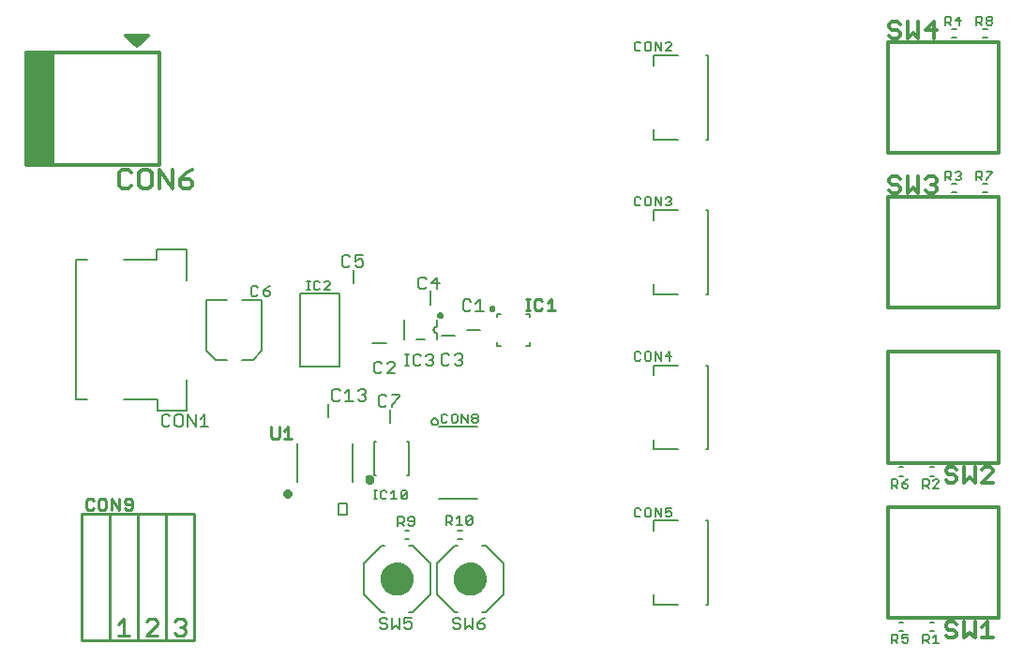
<source format=gto>
G75*
%MOIN*%
%OFA0B0*%
%FSLAX25Y25*%
%IPPOS*%
%LPD*%
%AMOC8*
5,1,8,0,0,1.08239X$1,22.5*
%
%ADD10C,0.00787*%
%ADD11C,0.00800*%
%ADD12C,0.01000*%
%ADD13C,0.01181*%
%ADD14C,0.01200*%
%ADD15R,0.01575X0.01575*%
%ADD16C,0.07874*%
%ADD17C,0.00984*%
%ADD18C,0.00900*%
%ADD19C,0.01575*%
D10*
X0222044Y0182661D02*
X0222044Y0186598D01*
X0209839Y0186598D01*
X0196847Y0186598D02*
X0192910Y0186598D01*
X0192910Y0236204D01*
X0196847Y0236204D01*
X0209839Y0236204D02*
X0221650Y0236204D01*
X0221650Y0240141D01*
X0232280Y0240141D01*
X0232280Y0229118D01*
X0239367Y0222031D02*
X0239367Y0203921D01*
X0242516Y0200771D01*
X0246453Y0200771D01*
X0251965Y0200771D02*
X0255902Y0200771D01*
X0259052Y0203921D01*
X0259052Y0222031D01*
X0251965Y0222031D01*
X0246453Y0222031D02*
X0239367Y0222031D01*
X0272438Y0224393D02*
X0272438Y0198409D01*
X0286611Y0198409D01*
X0286611Y0224393D01*
X0272438Y0224393D01*
X0291729Y0227937D02*
X0291729Y0232661D01*
X0309446Y0214945D02*
X0309446Y0207858D01*
X0313776Y0207858D02*
X0316926Y0207858D01*
X0321257Y0207858D02*
X0321257Y0210220D01*
X0321190Y0210222D01*
X0321122Y0210228D01*
X0321056Y0210237D01*
X0320990Y0210251D01*
X0320924Y0210268D01*
X0320860Y0210289D01*
X0320797Y0210313D01*
X0320736Y0210341D01*
X0320676Y0210373D01*
X0320619Y0210407D01*
X0320563Y0210446D01*
X0320509Y0210487D01*
X0320458Y0210531D01*
X0320410Y0210578D01*
X0320364Y0210628D01*
X0320322Y0210680D01*
X0320282Y0210734D01*
X0320246Y0210791D01*
X0320212Y0210850D01*
X0320183Y0210910D01*
X0320156Y0210973D01*
X0320134Y0211036D01*
X0320115Y0211101D01*
X0320100Y0211166D01*
X0320088Y0211233D01*
X0320080Y0211300D01*
X0320076Y0211367D01*
X0320076Y0211435D01*
X0320080Y0211502D01*
X0320088Y0211569D01*
X0320100Y0211636D01*
X0320115Y0211701D01*
X0320134Y0211766D01*
X0320156Y0211829D01*
X0320183Y0211892D01*
X0320212Y0211952D01*
X0320246Y0212011D01*
X0320282Y0212068D01*
X0320322Y0212122D01*
X0320364Y0212174D01*
X0320410Y0212224D01*
X0320458Y0212271D01*
X0320509Y0212315D01*
X0320563Y0212356D01*
X0320619Y0212395D01*
X0320676Y0212429D01*
X0320736Y0212461D01*
X0320797Y0212489D01*
X0320860Y0212513D01*
X0320924Y0212534D01*
X0320990Y0212551D01*
X0321056Y0212565D01*
X0321122Y0212574D01*
X0321190Y0212580D01*
X0321257Y0212582D01*
X0321257Y0214945D01*
X0321651Y0216519D02*
X0321653Y0216575D01*
X0321659Y0216630D01*
X0321669Y0216684D01*
X0321682Y0216738D01*
X0321700Y0216791D01*
X0321721Y0216842D01*
X0321745Y0216892D01*
X0321773Y0216940D01*
X0321805Y0216986D01*
X0321839Y0217030D01*
X0321877Y0217071D01*
X0321917Y0217109D01*
X0321960Y0217144D01*
X0322005Y0217176D01*
X0322053Y0217205D01*
X0322102Y0217231D01*
X0322153Y0217253D01*
X0322205Y0217271D01*
X0322259Y0217285D01*
X0322314Y0217296D01*
X0322369Y0217303D01*
X0322424Y0217306D01*
X0322480Y0217305D01*
X0322535Y0217300D01*
X0322590Y0217291D01*
X0322644Y0217279D01*
X0322697Y0217262D01*
X0322749Y0217242D01*
X0322799Y0217218D01*
X0322847Y0217191D01*
X0322894Y0217161D01*
X0322938Y0217127D01*
X0322980Y0217090D01*
X0323018Y0217050D01*
X0323055Y0217008D01*
X0323088Y0216963D01*
X0323117Y0216917D01*
X0323144Y0216868D01*
X0323166Y0216817D01*
X0323186Y0216765D01*
X0323201Y0216711D01*
X0323213Y0216657D01*
X0323221Y0216602D01*
X0323225Y0216547D01*
X0323225Y0216491D01*
X0323221Y0216436D01*
X0323213Y0216381D01*
X0323201Y0216327D01*
X0323186Y0216273D01*
X0323166Y0216221D01*
X0323144Y0216170D01*
X0323117Y0216121D01*
X0323088Y0216075D01*
X0323055Y0216030D01*
X0323018Y0215988D01*
X0322980Y0215948D01*
X0322938Y0215911D01*
X0322894Y0215877D01*
X0322847Y0215847D01*
X0322799Y0215820D01*
X0322749Y0215796D01*
X0322697Y0215776D01*
X0322644Y0215759D01*
X0322590Y0215747D01*
X0322535Y0215738D01*
X0322480Y0215733D01*
X0322424Y0215732D01*
X0322369Y0215735D01*
X0322314Y0215742D01*
X0322259Y0215753D01*
X0322205Y0215767D01*
X0322153Y0215785D01*
X0322102Y0215807D01*
X0322053Y0215833D01*
X0322005Y0215862D01*
X0321960Y0215894D01*
X0321917Y0215929D01*
X0321877Y0215967D01*
X0321839Y0216008D01*
X0321805Y0216052D01*
X0321773Y0216098D01*
X0321745Y0216146D01*
X0321721Y0216196D01*
X0321700Y0216247D01*
X0321682Y0216300D01*
X0321669Y0216354D01*
X0321659Y0216408D01*
X0321653Y0216463D01*
X0321651Y0216519D01*
X0318894Y0220456D02*
X0318894Y0225181D01*
X0322831Y0209433D02*
X0327556Y0209433D01*
X0331886Y0211401D02*
X0336611Y0211401D01*
X0342713Y0206874D02*
X0342713Y0205693D01*
X0343894Y0205693D01*
X0352949Y0205693D02*
X0354131Y0205693D01*
X0354131Y0206874D01*
X0354131Y0215929D02*
X0354131Y0217110D01*
X0352949Y0217110D01*
X0343894Y0217110D02*
X0342713Y0217110D01*
X0342713Y0215929D01*
X0340155Y0218882D02*
X0340157Y0218938D01*
X0340163Y0218993D01*
X0340173Y0219047D01*
X0340186Y0219101D01*
X0340204Y0219154D01*
X0340225Y0219205D01*
X0340249Y0219255D01*
X0340277Y0219303D01*
X0340309Y0219349D01*
X0340343Y0219393D01*
X0340381Y0219434D01*
X0340421Y0219472D01*
X0340464Y0219507D01*
X0340509Y0219539D01*
X0340557Y0219568D01*
X0340606Y0219594D01*
X0340657Y0219616D01*
X0340709Y0219634D01*
X0340763Y0219648D01*
X0340818Y0219659D01*
X0340873Y0219666D01*
X0340928Y0219669D01*
X0340984Y0219668D01*
X0341039Y0219663D01*
X0341094Y0219654D01*
X0341148Y0219642D01*
X0341201Y0219625D01*
X0341253Y0219605D01*
X0341303Y0219581D01*
X0341351Y0219554D01*
X0341398Y0219524D01*
X0341442Y0219490D01*
X0341484Y0219453D01*
X0341522Y0219413D01*
X0341559Y0219371D01*
X0341592Y0219326D01*
X0341621Y0219280D01*
X0341648Y0219231D01*
X0341670Y0219180D01*
X0341690Y0219128D01*
X0341705Y0219074D01*
X0341717Y0219020D01*
X0341725Y0218965D01*
X0341729Y0218910D01*
X0341729Y0218854D01*
X0341725Y0218799D01*
X0341717Y0218744D01*
X0341705Y0218690D01*
X0341690Y0218636D01*
X0341670Y0218584D01*
X0341648Y0218533D01*
X0341621Y0218484D01*
X0341592Y0218438D01*
X0341559Y0218393D01*
X0341522Y0218351D01*
X0341484Y0218311D01*
X0341442Y0218274D01*
X0341398Y0218240D01*
X0341351Y0218210D01*
X0341303Y0218183D01*
X0341253Y0218159D01*
X0341201Y0218139D01*
X0341148Y0218122D01*
X0341094Y0218110D01*
X0341039Y0218101D01*
X0340984Y0218096D01*
X0340928Y0218095D01*
X0340873Y0218098D01*
X0340818Y0218105D01*
X0340763Y0218116D01*
X0340709Y0218130D01*
X0340657Y0218148D01*
X0340606Y0218170D01*
X0340557Y0218196D01*
X0340509Y0218225D01*
X0340464Y0218257D01*
X0340421Y0218292D01*
X0340381Y0218330D01*
X0340343Y0218371D01*
X0340309Y0218415D01*
X0340277Y0218461D01*
X0340249Y0218509D01*
X0340225Y0218559D01*
X0340204Y0218610D01*
X0340186Y0218663D01*
X0340173Y0218717D01*
X0340163Y0218771D01*
X0340157Y0218826D01*
X0340155Y0218882D01*
X0340548Y0218882D02*
X0340550Y0218921D01*
X0340556Y0218960D01*
X0340566Y0218998D01*
X0340579Y0219035D01*
X0340596Y0219070D01*
X0340616Y0219104D01*
X0340640Y0219135D01*
X0340667Y0219164D01*
X0340696Y0219190D01*
X0340728Y0219213D01*
X0340762Y0219233D01*
X0340798Y0219249D01*
X0340835Y0219261D01*
X0340874Y0219270D01*
X0340913Y0219275D01*
X0340952Y0219276D01*
X0340991Y0219273D01*
X0341030Y0219266D01*
X0341067Y0219255D01*
X0341104Y0219241D01*
X0341139Y0219223D01*
X0341172Y0219202D01*
X0341203Y0219177D01*
X0341231Y0219150D01*
X0341256Y0219120D01*
X0341278Y0219087D01*
X0341297Y0219053D01*
X0341312Y0219017D01*
X0341324Y0218979D01*
X0341332Y0218941D01*
X0341336Y0218902D01*
X0341336Y0218862D01*
X0341332Y0218823D01*
X0341324Y0218785D01*
X0341312Y0218747D01*
X0341297Y0218711D01*
X0341278Y0218677D01*
X0341256Y0218644D01*
X0341231Y0218614D01*
X0341203Y0218587D01*
X0341172Y0218562D01*
X0341139Y0218541D01*
X0341104Y0218523D01*
X0341067Y0218509D01*
X0341030Y0218498D01*
X0340991Y0218491D01*
X0340952Y0218488D01*
X0340913Y0218489D01*
X0340874Y0218494D01*
X0340835Y0218503D01*
X0340798Y0218515D01*
X0340762Y0218531D01*
X0340728Y0218551D01*
X0340696Y0218574D01*
X0340667Y0218600D01*
X0340640Y0218629D01*
X0340616Y0218660D01*
X0340596Y0218694D01*
X0340579Y0218729D01*
X0340566Y0218766D01*
X0340556Y0218804D01*
X0340550Y0218843D01*
X0340548Y0218882D01*
X0303146Y0206677D02*
X0298422Y0206677D01*
X0282674Y0185023D02*
X0282674Y0180299D01*
X0291335Y0170850D02*
X0291335Y0157464D01*
X0298816Y0159826D02*
X0298816Y0171637D01*
X0299603Y0171637D01*
X0304721Y0178330D02*
X0304721Y0183055D01*
X0310627Y0171637D02*
X0311414Y0171637D01*
X0311414Y0159826D01*
X0310627Y0159826D01*
X0299603Y0159826D02*
X0298816Y0159826D01*
X0289367Y0149590D02*
X0286217Y0149590D01*
X0286217Y0145653D01*
X0289367Y0145653D01*
X0289367Y0149590D01*
X0309839Y0140141D02*
X0311414Y0140141D01*
X0311414Y0136992D02*
X0309839Y0136992D01*
X0311414Y0134630D02*
X0312595Y0134630D01*
X0318894Y0128330D01*
X0318894Y0117307D01*
X0312595Y0111008D01*
X0311414Y0111008D01*
X0302753Y0111008D02*
X0301572Y0111008D01*
X0295272Y0117307D01*
X0295272Y0128330D01*
X0301572Y0134630D01*
X0302753Y0134630D01*
X0301571Y0122819D02*
X0301573Y0122967D01*
X0301579Y0123115D01*
X0301589Y0123263D01*
X0301603Y0123410D01*
X0301621Y0123557D01*
X0301642Y0123703D01*
X0301668Y0123849D01*
X0301698Y0123994D01*
X0301731Y0124138D01*
X0301769Y0124281D01*
X0301810Y0124423D01*
X0301855Y0124564D01*
X0301903Y0124704D01*
X0301956Y0124843D01*
X0302012Y0124980D01*
X0302072Y0125115D01*
X0302135Y0125249D01*
X0302202Y0125381D01*
X0302273Y0125511D01*
X0302347Y0125639D01*
X0302424Y0125765D01*
X0302505Y0125889D01*
X0302589Y0126011D01*
X0302676Y0126130D01*
X0302767Y0126247D01*
X0302861Y0126362D01*
X0302957Y0126474D01*
X0303057Y0126584D01*
X0303159Y0126690D01*
X0303265Y0126794D01*
X0303373Y0126895D01*
X0303484Y0126993D01*
X0303597Y0127089D01*
X0303713Y0127181D01*
X0303831Y0127270D01*
X0303952Y0127355D01*
X0304075Y0127438D01*
X0304200Y0127517D01*
X0304327Y0127593D01*
X0304456Y0127665D01*
X0304587Y0127734D01*
X0304720Y0127799D01*
X0304855Y0127860D01*
X0304991Y0127918D01*
X0305128Y0127973D01*
X0305267Y0128023D01*
X0305408Y0128070D01*
X0305549Y0128113D01*
X0305692Y0128153D01*
X0305836Y0128188D01*
X0305980Y0128220D01*
X0306126Y0128247D01*
X0306272Y0128271D01*
X0306419Y0128291D01*
X0306566Y0128307D01*
X0306713Y0128319D01*
X0306861Y0128327D01*
X0307009Y0128331D01*
X0307157Y0128331D01*
X0307305Y0128327D01*
X0307453Y0128319D01*
X0307600Y0128307D01*
X0307747Y0128291D01*
X0307894Y0128271D01*
X0308040Y0128247D01*
X0308186Y0128220D01*
X0308330Y0128188D01*
X0308474Y0128153D01*
X0308617Y0128113D01*
X0308758Y0128070D01*
X0308899Y0128023D01*
X0309038Y0127973D01*
X0309175Y0127918D01*
X0309311Y0127860D01*
X0309446Y0127799D01*
X0309579Y0127734D01*
X0309710Y0127665D01*
X0309839Y0127593D01*
X0309966Y0127517D01*
X0310091Y0127438D01*
X0310214Y0127355D01*
X0310335Y0127270D01*
X0310453Y0127181D01*
X0310569Y0127089D01*
X0310682Y0126993D01*
X0310793Y0126895D01*
X0310901Y0126794D01*
X0311007Y0126690D01*
X0311109Y0126584D01*
X0311209Y0126474D01*
X0311305Y0126362D01*
X0311399Y0126247D01*
X0311490Y0126130D01*
X0311577Y0126011D01*
X0311661Y0125889D01*
X0311742Y0125765D01*
X0311819Y0125639D01*
X0311893Y0125511D01*
X0311964Y0125381D01*
X0312031Y0125249D01*
X0312094Y0125115D01*
X0312154Y0124980D01*
X0312210Y0124843D01*
X0312263Y0124704D01*
X0312311Y0124564D01*
X0312356Y0124423D01*
X0312397Y0124281D01*
X0312435Y0124138D01*
X0312468Y0123994D01*
X0312498Y0123849D01*
X0312524Y0123703D01*
X0312545Y0123557D01*
X0312563Y0123410D01*
X0312577Y0123263D01*
X0312587Y0123115D01*
X0312593Y0122967D01*
X0312595Y0122819D01*
X0312593Y0122671D01*
X0312587Y0122523D01*
X0312577Y0122375D01*
X0312563Y0122228D01*
X0312545Y0122081D01*
X0312524Y0121935D01*
X0312498Y0121789D01*
X0312468Y0121644D01*
X0312435Y0121500D01*
X0312397Y0121357D01*
X0312356Y0121215D01*
X0312311Y0121074D01*
X0312263Y0120934D01*
X0312210Y0120795D01*
X0312154Y0120658D01*
X0312094Y0120523D01*
X0312031Y0120389D01*
X0311964Y0120257D01*
X0311893Y0120127D01*
X0311819Y0119999D01*
X0311742Y0119873D01*
X0311661Y0119749D01*
X0311577Y0119627D01*
X0311490Y0119508D01*
X0311399Y0119391D01*
X0311305Y0119276D01*
X0311209Y0119164D01*
X0311109Y0119054D01*
X0311007Y0118948D01*
X0310901Y0118844D01*
X0310793Y0118743D01*
X0310682Y0118645D01*
X0310569Y0118549D01*
X0310453Y0118457D01*
X0310335Y0118368D01*
X0310214Y0118283D01*
X0310091Y0118200D01*
X0309966Y0118121D01*
X0309839Y0118045D01*
X0309710Y0117973D01*
X0309579Y0117904D01*
X0309446Y0117839D01*
X0309311Y0117778D01*
X0309175Y0117720D01*
X0309038Y0117665D01*
X0308899Y0117615D01*
X0308758Y0117568D01*
X0308617Y0117525D01*
X0308474Y0117485D01*
X0308330Y0117450D01*
X0308186Y0117418D01*
X0308040Y0117391D01*
X0307894Y0117367D01*
X0307747Y0117347D01*
X0307600Y0117331D01*
X0307453Y0117319D01*
X0307305Y0117311D01*
X0307157Y0117307D01*
X0307009Y0117307D01*
X0306861Y0117311D01*
X0306713Y0117319D01*
X0306566Y0117331D01*
X0306419Y0117347D01*
X0306272Y0117367D01*
X0306126Y0117391D01*
X0305980Y0117418D01*
X0305836Y0117450D01*
X0305692Y0117485D01*
X0305549Y0117525D01*
X0305408Y0117568D01*
X0305267Y0117615D01*
X0305128Y0117665D01*
X0304991Y0117720D01*
X0304855Y0117778D01*
X0304720Y0117839D01*
X0304587Y0117904D01*
X0304456Y0117973D01*
X0304327Y0118045D01*
X0304200Y0118121D01*
X0304075Y0118200D01*
X0303952Y0118283D01*
X0303831Y0118368D01*
X0303713Y0118457D01*
X0303597Y0118549D01*
X0303484Y0118645D01*
X0303373Y0118743D01*
X0303265Y0118844D01*
X0303159Y0118948D01*
X0303057Y0119054D01*
X0302957Y0119164D01*
X0302861Y0119276D01*
X0302767Y0119391D01*
X0302676Y0119508D01*
X0302589Y0119627D01*
X0302505Y0119749D01*
X0302424Y0119873D01*
X0302347Y0119999D01*
X0302273Y0120127D01*
X0302202Y0120257D01*
X0302135Y0120389D01*
X0302072Y0120523D01*
X0302012Y0120658D01*
X0301956Y0120795D01*
X0301903Y0120934D01*
X0301855Y0121074D01*
X0301810Y0121215D01*
X0301769Y0121357D01*
X0301731Y0121500D01*
X0301698Y0121644D01*
X0301668Y0121789D01*
X0301642Y0121935D01*
X0301621Y0122081D01*
X0301603Y0122228D01*
X0301589Y0122375D01*
X0301579Y0122523D01*
X0301573Y0122671D01*
X0301571Y0122819D01*
X0321257Y0128330D02*
X0321257Y0117307D01*
X0327556Y0111008D01*
X0328737Y0111008D01*
X0337398Y0111008D02*
X0338579Y0111008D01*
X0344879Y0117307D01*
X0344879Y0128330D01*
X0338579Y0134630D01*
X0337398Y0134630D01*
X0330312Y0136992D02*
X0328737Y0136992D01*
X0328737Y0134630D02*
X0327556Y0134630D01*
X0321257Y0128330D01*
X0327556Y0122819D02*
X0327558Y0122967D01*
X0327564Y0123115D01*
X0327574Y0123263D01*
X0327588Y0123410D01*
X0327606Y0123557D01*
X0327627Y0123703D01*
X0327653Y0123849D01*
X0327683Y0123994D01*
X0327716Y0124138D01*
X0327754Y0124281D01*
X0327795Y0124423D01*
X0327840Y0124564D01*
X0327888Y0124704D01*
X0327941Y0124843D01*
X0327997Y0124980D01*
X0328057Y0125115D01*
X0328120Y0125249D01*
X0328187Y0125381D01*
X0328258Y0125511D01*
X0328332Y0125639D01*
X0328409Y0125765D01*
X0328490Y0125889D01*
X0328574Y0126011D01*
X0328661Y0126130D01*
X0328752Y0126247D01*
X0328846Y0126362D01*
X0328942Y0126474D01*
X0329042Y0126584D01*
X0329144Y0126690D01*
X0329250Y0126794D01*
X0329358Y0126895D01*
X0329469Y0126993D01*
X0329582Y0127089D01*
X0329698Y0127181D01*
X0329816Y0127270D01*
X0329937Y0127355D01*
X0330060Y0127438D01*
X0330185Y0127517D01*
X0330312Y0127593D01*
X0330441Y0127665D01*
X0330572Y0127734D01*
X0330705Y0127799D01*
X0330840Y0127860D01*
X0330976Y0127918D01*
X0331113Y0127973D01*
X0331252Y0128023D01*
X0331393Y0128070D01*
X0331534Y0128113D01*
X0331677Y0128153D01*
X0331821Y0128188D01*
X0331965Y0128220D01*
X0332111Y0128247D01*
X0332257Y0128271D01*
X0332404Y0128291D01*
X0332551Y0128307D01*
X0332698Y0128319D01*
X0332846Y0128327D01*
X0332994Y0128331D01*
X0333142Y0128331D01*
X0333290Y0128327D01*
X0333438Y0128319D01*
X0333585Y0128307D01*
X0333732Y0128291D01*
X0333879Y0128271D01*
X0334025Y0128247D01*
X0334171Y0128220D01*
X0334315Y0128188D01*
X0334459Y0128153D01*
X0334602Y0128113D01*
X0334743Y0128070D01*
X0334884Y0128023D01*
X0335023Y0127973D01*
X0335160Y0127918D01*
X0335296Y0127860D01*
X0335431Y0127799D01*
X0335564Y0127734D01*
X0335695Y0127665D01*
X0335824Y0127593D01*
X0335951Y0127517D01*
X0336076Y0127438D01*
X0336199Y0127355D01*
X0336320Y0127270D01*
X0336438Y0127181D01*
X0336554Y0127089D01*
X0336667Y0126993D01*
X0336778Y0126895D01*
X0336886Y0126794D01*
X0336992Y0126690D01*
X0337094Y0126584D01*
X0337194Y0126474D01*
X0337290Y0126362D01*
X0337384Y0126247D01*
X0337475Y0126130D01*
X0337562Y0126011D01*
X0337646Y0125889D01*
X0337727Y0125765D01*
X0337804Y0125639D01*
X0337878Y0125511D01*
X0337949Y0125381D01*
X0338016Y0125249D01*
X0338079Y0125115D01*
X0338139Y0124980D01*
X0338195Y0124843D01*
X0338248Y0124704D01*
X0338296Y0124564D01*
X0338341Y0124423D01*
X0338382Y0124281D01*
X0338420Y0124138D01*
X0338453Y0123994D01*
X0338483Y0123849D01*
X0338509Y0123703D01*
X0338530Y0123557D01*
X0338548Y0123410D01*
X0338562Y0123263D01*
X0338572Y0123115D01*
X0338578Y0122967D01*
X0338580Y0122819D01*
X0338578Y0122671D01*
X0338572Y0122523D01*
X0338562Y0122375D01*
X0338548Y0122228D01*
X0338530Y0122081D01*
X0338509Y0121935D01*
X0338483Y0121789D01*
X0338453Y0121644D01*
X0338420Y0121500D01*
X0338382Y0121357D01*
X0338341Y0121215D01*
X0338296Y0121074D01*
X0338248Y0120934D01*
X0338195Y0120795D01*
X0338139Y0120658D01*
X0338079Y0120523D01*
X0338016Y0120389D01*
X0337949Y0120257D01*
X0337878Y0120127D01*
X0337804Y0119999D01*
X0337727Y0119873D01*
X0337646Y0119749D01*
X0337562Y0119627D01*
X0337475Y0119508D01*
X0337384Y0119391D01*
X0337290Y0119276D01*
X0337194Y0119164D01*
X0337094Y0119054D01*
X0336992Y0118948D01*
X0336886Y0118844D01*
X0336778Y0118743D01*
X0336667Y0118645D01*
X0336554Y0118549D01*
X0336438Y0118457D01*
X0336320Y0118368D01*
X0336199Y0118283D01*
X0336076Y0118200D01*
X0335951Y0118121D01*
X0335824Y0118045D01*
X0335695Y0117973D01*
X0335564Y0117904D01*
X0335431Y0117839D01*
X0335296Y0117778D01*
X0335160Y0117720D01*
X0335023Y0117665D01*
X0334884Y0117615D01*
X0334743Y0117568D01*
X0334602Y0117525D01*
X0334459Y0117485D01*
X0334315Y0117450D01*
X0334171Y0117418D01*
X0334025Y0117391D01*
X0333879Y0117367D01*
X0333732Y0117347D01*
X0333585Y0117331D01*
X0333438Y0117319D01*
X0333290Y0117311D01*
X0333142Y0117307D01*
X0332994Y0117307D01*
X0332846Y0117311D01*
X0332698Y0117319D01*
X0332551Y0117331D01*
X0332404Y0117347D01*
X0332257Y0117367D01*
X0332111Y0117391D01*
X0331965Y0117418D01*
X0331821Y0117450D01*
X0331677Y0117485D01*
X0331534Y0117525D01*
X0331393Y0117568D01*
X0331252Y0117615D01*
X0331113Y0117665D01*
X0330976Y0117720D01*
X0330840Y0117778D01*
X0330705Y0117839D01*
X0330572Y0117904D01*
X0330441Y0117973D01*
X0330312Y0118045D01*
X0330185Y0118121D01*
X0330060Y0118200D01*
X0329937Y0118283D01*
X0329816Y0118368D01*
X0329698Y0118457D01*
X0329582Y0118549D01*
X0329469Y0118645D01*
X0329358Y0118743D01*
X0329250Y0118844D01*
X0329144Y0118948D01*
X0329042Y0119054D01*
X0328942Y0119164D01*
X0328846Y0119276D01*
X0328752Y0119391D01*
X0328661Y0119508D01*
X0328574Y0119627D01*
X0328490Y0119749D01*
X0328409Y0119873D01*
X0328332Y0119999D01*
X0328258Y0120127D01*
X0328187Y0120257D01*
X0328120Y0120389D01*
X0328057Y0120523D01*
X0327997Y0120658D01*
X0327941Y0120795D01*
X0327888Y0120934D01*
X0327840Y0121074D01*
X0327795Y0121215D01*
X0327754Y0121357D01*
X0327716Y0121500D01*
X0327683Y0121644D01*
X0327653Y0121789D01*
X0327627Y0121935D01*
X0327606Y0122081D01*
X0327588Y0122228D01*
X0327574Y0122375D01*
X0327564Y0122523D01*
X0327558Y0122671D01*
X0327556Y0122819D01*
X0328737Y0140141D02*
X0330312Y0140141D01*
X0335430Y0151165D02*
X0322044Y0151165D01*
X0322044Y0177149D02*
X0335430Y0177149D01*
X0319288Y0178724D02*
X0319290Y0178793D01*
X0319296Y0178861D01*
X0319306Y0178929D01*
X0319320Y0178996D01*
X0319338Y0179063D01*
X0319359Y0179128D01*
X0319385Y0179192D01*
X0319414Y0179254D01*
X0319446Y0179314D01*
X0319482Y0179373D01*
X0319522Y0179429D01*
X0319564Y0179483D01*
X0319610Y0179534D01*
X0319659Y0179583D01*
X0319710Y0179629D01*
X0319764Y0179671D01*
X0319820Y0179711D01*
X0319878Y0179747D01*
X0319939Y0179779D01*
X0320001Y0179808D01*
X0320065Y0179834D01*
X0320130Y0179855D01*
X0320197Y0179873D01*
X0320264Y0179887D01*
X0320332Y0179897D01*
X0320400Y0179903D01*
X0320469Y0179905D01*
X0320538Y0179903D01*
X0320606Y0179897D01*
X0320674Y0179887D01*
X0320741Y0179873D01*
X0320808Y0179855D01*
X0320873Y0179834D01*
X0320937Y0179808D01*
X0320999Y0179779D01*
X0321059Y0179747D01*
X0321118Y0179711D01*
X0321174Y0179671D01*
X0321228Y0179629D01*
X0321279Y0179583D01*
X0321328Y0179534D01*
X0321374Y0179483D01*
X0321416Y0179429D01*
X0321456Y0179373D01*
X0321492Y0179314D01*
X0321524Y0179254D01*
X0321553Y0179192D01*
X0321579Y0179128D01*
X0321600Y0179063D01*
X0321618Y0178996D01*
X0321632Y0178929D01*
X0321642Y0178861D01*
X0321648Y0178793D01*
X0321650Y0178724D01*
X0321648Y0178655D01*
X0321642Y0178587D01*
X0321632Y0178519D01*
X0321618Y0178452D01*
X0321600Y0178385D01*
X0321579Y0178320D01*
X0321553Y0178256D01*
X0321524Y0178194D01*
X0321492Y0178133D01*
X0321456Y0178075D01*
X0321416Y0178019D01*
X0321374Y0177965D01*
X0321328Y0177914D01*
X0321279Y0177865D01*
X0321228Y0177819D01*
X0321174Y0177777D01*
X0321118Y0177737D01*
X0321060Y0177701D01*
X0320999Y0177669D01*
X0320937Y0177640D01*
X0320873Y0177614D01*
X0320808Y0177593D01*
X0320741Y0177575D01*
X0320674Y0177561D01*
X0320606Y0177551D01*
X0320538Y0177545D01*
X0320469Y0177543D01*
X0320400Y0177545D01*
X0320332Y0177551D01*
X0320264Y0177561D01*
X0320197Y0177575D01*
X0320130Y0177593D01*
X0320065Y0177614D01*
X0320001Y0177640D01*
X0319939Y0177669D01*
X0319878Y0177701D01*
X0319820Y0177737D01*
X0319764Y0177777D01*
X0319710Y0177819D01*
X0319659Y0177865D01*
X0319610Y0177914D01*
X0319564Y0177965D01*
X0319522Y0178019D01*
X0319482Y0178075D01*
X0319446Y0178133D01*
X0319414Y0178194D01*
X0319385Y0178256D01*
X0319359Y0178320D01*
X0319338Y0178385D01*
X0319320Y0178452D01*
X0319306Y0178519D01*
X0319296Y0178587D01*
X0319290Y0178655D01*
X0319288Y0178724D01*
X0271650Y0170850D02*
X0271650Y0157464D01*
X0232280Y0182661D02*
X0222044Y0182661D01*
X0232280Y0182661D02*
X0232280Y0193685D01*
X0398422Y0195260D02*
X0398422Y0198803D01*
X0407083Y0198803D01*
X0416926Y0198803D02*
X0417713Y0198803D01*
X0417713Y0168882D01*
X0416926Y0168882D01*
X0407083Y0168882D02*
X0398422Y0168882D01*
X0398422Y0172425D01*
X0398422Y0143685D02*
X0407083Y0143685D01*
X0398422Y0143685D02*
X0398422Y0140141D01*
X0416926Y0143685D02*
X0417713Y0143685D01*
X0417713Y0113763D01*
X0416926Y0113763D01*
X0407083Y0113763D02*
X0398422Y0113763D01*
X0398422Y0117307D01*
X0485430Y0107464D02*
X0487005Y0107464D01*
X0487005Y0104315D02*
X0485430Y0104315D01*
X0496453Y0104315D02*
X0498028Y0104315D01*
X0498028Y0107464D02*
X0496453Y0107464D01*
X0496453Y0159433D02*
X0498028Y0159433D01*
X0498028Y0162582D02*
X0496453Y0162582D01*
X0487005Y0162582D02*
X0485430Y0162582D01*
X0485430Y0159433D02*
X0487005Y0159433D01*
X0417713Y0224000D02*
X0417713Y0253921D01*
X0416926Y0253921D01*
X0407083Y0253921D02*
X0398422Y0253921D01*
X0398422Y0250378D01*
X0398422Y0227543D02*
X0398422Y0224000D01*
X0407083Y0224000D01*
X0416926Y0224000D02*
X0417713Y0224000D01*
X0417713Y0279118D02*
X0417713Y0309039D01*
X0416926Y0309039D01*
X0407083Y0309039D02*
X0398422Y0309039D01*
X0398422Y0305496D01*
X0398422Y0282661D02*
X0398422Y0279118D01*
X0407083Y0279118D01*
X0416926Y0279118D02*
X0417713Y0279118D01*
X0504327Y0263370D02*
X0505902Y0263370D01*
X0505902Y0260220D02*
X0504327Y0260220D01*
X0515351Y0260220D02*
X0516926Y0260220D01*
X0516926Y0263370D02*
X0515351Y0263370D01*
X0515351Y0315338D02*
X0516926Y0315338D01*
X0516926Y0318488D02*
X0515351Y0318488D01*
X0505902Y0318488D02*
X0504327Y0318488D01*
X0504327Y0315338D02*
X0505902Y0315338D01*
D11*
X0507085Y0319675D02*
X0507085Y0322815D01*
X0505515Y0321245D01*
X0507608Y0321245D01*
X0503983Y0321245D02*
X0503460Y0320722D01*
X0501890Y0320722D01*
X0502936Y0320722D02*
X0503983Y0319675D01*
X0503983Y0321245D02*
X0503983Y0322292D01*
X0503460Y0322815D01*
X0501890Y0322815D01*
X0501890Y0319675D01*
X0512913Y0319675D02*
X0512913Y0322815D01*
X0514483Y0322815D01*
X0515006Y0322292D01*
X0515006Y0321245D01*
X0514483Y0320722D01*
X0512913Y0320722D01*
X0513960Y0320722D02*
X0515006Y0319675D01*
X0516538Y0320199D02*
X0516538Y0320722D01*
X0517062Y0321245D01*
X0518108Y0321245D01*
X0518632Y0320722D01*
X0518632Y0320199D01*
X0518108Y0319675D01*
X0517062Y0319675D01*
X0516538Y0320199D01*
X0517062Y0321245D02*
X0516538Y0321768D01*
X0516538Y0322292D01*
X0517062Y0322815D01*
X0518108Y0322815D01*
X0518632Y0322292D01*
X0518632Y0321768D01*
X0518108Y0321245D01*
X0518632Y0267697D02*
X0518632Y0267174D01*
X0516538Y0265080D01*
X0516538Y0264557D01*
X0515006Y0264557D02*
X0513960Y0265604D01*
X0514483Y0265604D02*
X0512913Y0265604D01*
X0512913Y0264557D02*
X0512913Y0267697D01*
X0514483Y0267697D01*
X0515006Y0267174D01*
X0515006Y0266127D01*
X0514483Y0265604D01*
X0516538Y0267697D02*
X0518632Y0267697D01*
X0507608Y0267174D02*
X0507608Y0266650D01*
X0507085Y0266127D01*
X0507608Y0265604D01*
X0507608Y0265080D01*
X0507085Y0264557D01*
X0506038Y0264557D01*
X0505515Y0265080D01*
X0506561Y0266127D02*
X0507085Y0266127D01*
X0507608Y0267174D02*
X0507085Y0267697D01*
X0506038Y0267697D01*
X0505515Y0267174D01*
X0503983Y0267174D02*
X0503983Y0266127D01*
X0503460Y0265604D01*
X0501890Y0265604D01*
X0502936Y0265604D02*
X0503983Y0264557D01*
X0501890Y0264557D02*
X0501890Y0267697D01*
X0503460Y0267697D01*
X0503983Y0267174D01*
X0404540Y0258118D02*
X0404540Y0257595D01*
X0404017Y0257072D01*
X0404540Y0256549D01*
X0404540Y0256025D01*
X0404017Y0255502D01*
X0402970Y0255502D01*
X0402447Y0256025D01*
X0403494Y0257072D02*
X0404017Y0257072D01*
X0404540Y0258118D02*
X0404017Y0258642D01*
X0402970Y0258642D01*
X0402447Y0258118D01*
X0400915Y0258642D02*
X0400915Y0255502D01*
X0398822Y0258642D01*
X0398822Y0255502D01*
X0397290Y0256025D02*
X0397290Y0258118D01*
X0396767Y0258642D01*
X0395720Y0258642D01*
X0395197Y0258118D01*
X0395197Y0256025D01*
X0395720Y0255502D01*
X0396767Y0255502D01*
X0397290Y0256025D01*
X0393665Y0256025D02*
X0393141Y0255502D01*
X0392095Y0255502D01*
X0391572Y0256025D01*
X0391572Y0258118D01*
X0392095Y0258642D01*
X0393141Y0258642D01*
X0393665Y0258118D01*
X0336444Y0222166D02*
X0336444Y0217963D01*
X0337845Y0217963D02*
X0335042Y0217963D01*
X0333241Y0218663D02*
X0332540Y0217963D01*
X0331139Y0217963D01*
X0330438Y0218663D01*
X0330438Y0221466D01*
X0331139Y0222166D01*
X0332540Y0222166D01*
X0333241Y0221466D01*
X0335042Y0220765D02*
X0336444Y0222166D01*
X0322097Y0227938D02*
X0319294Y0227938D01*
X0321396Y0230040D01*
X0321396Y0225837D01*
X0317493Y0226537D02*
X0316792Y0225837D01*
X0315391Y0225837D01*
X0314690Y0226537D01*
X0314690Y0229340D01*
X0315391Y0230040D01*
X0316792Y0230040D01*
X0317493Y0229340D01*
X0294931Y0234411D02*
X0294231Y0233711D01*
X0292830Y0233711D01*
X0292129Y0234411D01*
X0292129Y0235812D02*
X0293530Y0236513D01*
X0294231Y0236513D01*
X0294931Y0235812D01*
X0294931Y0234411D01*
X0292129Y0235812D02*
X0292129Y0237914D01*
X0294931Y0237914D01*
X0290327Y0237214D02*
X0289627Y0237914D01*
X0288226Y0237914D01*
X0287525Y0237214D01*
X0287525Y0234411D01*
X0288226Y0233711D01*
X0289627Y0233711D01*
X0290327Y0234411D01*
X0283226Y0228197D02*
X0282702Y0228720D01*
X0281656Y0228720D01*
X0281133Y0228197D01*
X0279601Y0228197D02*
X0279077Y0228720D01*
X0278031Y0228720D01*
X0277508Y0228197D01*
X0277508Y0226104D01*
X0278031Y0225581D01*
X0279077Y0225581D01*
X0279601Y0226104D01*
X0281133Y0225581D02*
X0283226Y0227674D01*
X0283226Y0228197D01*
X0283226Y0225581D02*
X0281133Y0225581D01*
X0276137Y0225581D02*
X0275091Y0225581D01*
X0275614Y0225581D02*
X0275614Y0228720D01*
X0275091Y0228720D02*
X0276137Y0228720D01*
X0262070Y0227146D02*
X0260761Y0226492D01*
X0259452Y0225182D01*
X0261416Y0225182D01*
X0262070Y0224528D01*
X0262070Y0223873D01*
X0261416Y0223219D01*
X0260106Y0223219D01*
X0259452Y0223873D01*
X0259452Y0225182D01*
X0257720Y0223873D02*
X0257066Y0223219D01*
X0255756Y0223219D01*
X0255102Y0223873D01*
X0255102Y0226492D01*
X0255756Y0227146D01*
X0257066Y0227146D01*
X0257720Y0226492D01*
X0298942Y0199418D02*
X0298942Y0196616D01*
X0299643Y0195915D01*
X0301044Y0195915D01*
X0301745Y0196616D01*
X0303546Y0195915D02*
X0306349Y0198718D01*
X0306349Y0199418D01*
X0305648Y0200119D01*
X0304247Y0200119D01*
X0303546Y0199418D01*
X0301745Y0199418D02*
X0301044Y0200119D01*
X0299643Y0200119D01*
X0298942Y0199418D01*
X0303546Y0195915D02*
X0306349Y0195915D01*
X0309951Y0198809D02*
X0311260Y0198809D01*
X0310605Y0198809D02*
X0310605Y0202737D01*
X0309951Y0202737D02*
X0311260Y0202737D01*
X0312851Y0202082D02*
X0312851Y0199464D01*
X0313506Y0198809D01*
X0314815Y0198809D01*
X0315469Y0199464D01*
X0317201Y0199464D02*
X0317856Y0198809D01*
X0319165Y0198809D01*
X0319820Y0199464D01*
X0319820Y0200118D01*
X0319165Y0200773D01*
X0318510Y0200773D01*
X0319165Y0200773D02*
X0319820Y0201428D01*
X0319820Y0202082D01*
X0319165Y0202737D01*
X0317856Y0202737D01*
X0317201Y0202082D01*
X0315469Y0202082D02*
X0314815Y0202737D01*
X0313506Y0202737D01*
X0312851Y0202082D01*
X0322958Y0202174D02*
X0322958Y0199372D01*
X0323659Y0198671D01*
X0325060Y0198671D01*
X0325761Y0199372D01*
X0327562Y0199372D02*
X0328263Y0198671D01*
X0329664Y0198671D01*
X0330364Y0199372D01*
X0330364Y0200073D01*
X0329664Y0200773D01*
X0328963Y0200773D01*
X0329664Y0200773D02*
X0330364Y0201474D01*
X0330364Y0202174D01*
X0329664Y0202875D01*
X0328263Y0202875D01*
X0327562Y0202174D01*
X0325761Y0202174D02*
X0325060Y0202875D01*
X0323659Y0202875D01*
X0322958Y0202174D01*
X0307924Y0188308D02*
X0305121Y0188308D01*
X0303320Y0187607D02*
X0302619Y0188308D01*
X0301218Y0188308D01*
X0300517Y0187607D01*
X0300517Y0184805D01*
X0301218Y0184104D01*
X0302619Y0184104D01*
X0303320Y0184805D01*
X0305121Y0184805D02*
X0305121Y0184104D01*
X0305121Y0184805D02*
X0307924Y0187607D01*
X0307924Y0188308D01*
X0296052Y0188875D02*
X0295352Y0188175D01*
X0296052Y0187474D01*
X0296052Y0186773D01*
X0295352Y0186073D01*
X0293950Y0186073D01*
X0293250Y0186773D01*
X0291448Y0186073D02*
X0288646Y0186073D01*
X0290047Y0186073D02*
X0290047Y0190277D01*
X0288646Y0188875D01*
X0286844Y0189576D02*
X0286144Y0190277D01*
X0284743Y0190277D01*
X0284042Y0189576D01*
X0284042Y0186773D01*
X0284743Y0186073D01*
X0286144Y0186073D01*
X0286844Y0186773D01*
X0293250Y0189576D02*
X0293950Y0190277D01*
X0295352Y0190277D01*
X0296052Y0189576D01*
X0296052Y0188875D01*
X0295352Y0188175D02*
X0294651Y0188175D01*
X0322838Y0180953D02*
X0322838Y0178860D01*
X0323361Y0178337D01*
X0324408Y0178337D01*
X0324931Y0178860D01*
X0326463Y0178860D02*
X0326986Y0178337D01*
X0328033Y0178337D01*
X0328556Y0178860D01*
X0328556Y0180953D01*
X0328033Y0181476D01*
X0326986Y0181476D01*
X0326463Y0180953D01*
X0326463Y0178860D01*
X0324931Y0180953D02*
X0324408Y0181476D01*
X0323361Y0181476D01*
X0322838Y0180953D01*
X0330088Y0181476D02*
X0332181Y0178337D01*
X0332181Y0181476D01*
X0333713Y0180953D02*
X0333713Y0180430D01*
X0334236Y0179907D01*
X0335283Y0179907D01*
X0335806Y0179383D01*
X0335806Y0178860D01*
X0335283Y0178337D01*
X0334236Y0178337D01*
X0333713Y0178860D01*
X0333713Y0179383D01*
X0334236Y0179907D01*
X0335283Y0179907D02*
X0335806Y0180430D01*
X0335806Y0180953D01*
X0335283Y0181476D01*
X0334236Y0181476D01*
X0333713Y0180953D01*
X0330088Y0181476D02*
X0330088Y0178337D01*
X0310106Y0154311D02*
X0310629Y0153788D01*
X0308536Y0151695D01*
X0309059Y0151171D01*
X0310106Y0151171D01*
X0310629Y0151695D01*
X0310629Y0153788D01*
X0310106Y0154311D02*
X0309059Y0154311D01*
X0308536Y0153788D01*
X0308536Y0151695D01*
X0307004Y0151171D02*
X0304911Y0151171D01*
X0305957Y0151171D02*
X0305957Y0154311D01*
X0304911Y0153264D01*
X0303379Y0153788D02*
X0302855Y0154311D01*
X0301809Y0154311D01*
X0301285Y0153788D01*
X0301285Y0151695D01*
X0301809Y0151171D01*
X0302855Y0151171D01*
X0303379Y0151695D01*
X0299915Y0151171D02*
X0298869Y0151171D01*
X0299392Y0151171D02*
X0299392Y0154311D01*
X0298869Y0154311D02*
X0299915Y0154311D01*
X0307401Y0144862D02*
X0308971Y0144862D01*
X0309495Y0144339D01*
X0309495Y0143292D01*
X0308971Y0142769D01*
X0307401Y0142769D01*
X0307401Y0141723D02*
X0307401Y0144862D01*
X0308448Y0142769D02*
X0309495Y0141723D01*
X0311027Y0142246D02*
X0311550Y0141723D01*
X0312596Y0141723D01*
X0313120Y0142246D01*
X0313120Y0144339D01*
X0312596Y0144862D01*
X0311550Y0144862D01*
X0311027Y0144339D01*
X0311027Y0143816D01*
X0311550Y0143292D01*
X0313120Y0143292D01*
X0324487Y0143163D02*
X0326056Y0143163D01*
X0326580Y0143686D01*
X0326580Y0144733D01*
X0326056Y0145256D01*
X0324487Y0145256D01*
X0324487Y0142116D01*
X0325533Y0143163D02*
X0326580Y0142116D01*
X0328112Y0142116D02*
X0330205Y0142116D01*
X0329158Y0142116D02*
X0329158Y0145256D01*
X0328112Y0144209D01*
X0331737Y0144733D02*
X0332260Y0145256D01*
X0333307Y0145256D01*
X0333830Y0144733D01*
X0331737Y0142639D01*
X0332260Y0142116D01*
X0333307Y0142116D01*
X0333830Y0142639D01*
X0333830Y0144733D01*
X0331737Y0144733D02*
X0331737Y0142639D01*
X0331292Y0109036D02*
X0331292Y0105108D01*
X0332602Y0106418D01*
X0333911Y0105108D01*
X0333911Y0109036D01*
X0335643Y0107072D02*
X0335643Y0105763D01*
X0336297Y0105108D01*
X0337607Y0105108D01*
X0338261Y0105763D01*
X0338261Y0106418D01*
X0337607Y0107072D01*
X0335643Y0107072D01*
X0336952Y0108381D01*
X0338261Y0109036D01*
X0329561Y0108381D02*
X0328906Y0109036D01*
X0327597Y0109036D01*
X0326942Y0108381D01*
X0326942Y0107727D01*
X0327597Y0107072D01*
X0328906Y0107072D01*
X0329561Y0106418D01*
X0329561Y0105763D01*
X0328906Y0105108D01*
X0327597Y0105108D01*
X0326942Y0105763D01*
X0312277Y0105763D02*
X0311622Y0105108D01*
X0310313Y0105108D01*
X0309658Y0105763D01*
X0309658Y0107072D02*
X0310968Y0107727D01*
X0311622Y0107727D01*
X0312277Y0107072D01*
X0312277Y0105763D01*
X0309658Y0107072D02*
X0309658Y0109036D01*
X0312277Y0109036D01*
X0307927Y0109036D02*
X0307927Y0105108D01*
X0306617Y0106418D01*
X0305308Y0105108D01*
X0305308Y0109036D01*
X0303577Y0108381D02*
X0302922Y0109036D01*
X0301613Y0109036D01*
X0300958Y0108381D01*
X0300958Y0107727D01*
X0301613Y0107072D01*
X0302922Y0107072D01*
X0303577Y0106418D01*
X0303577Y0105763D01*
X0302922Y0105108D01*
X0301613Y0105108D01*
X0300958Y0105763D01*
X0391572Y0145395D02*
X0392095Y0144872D01*
X0393141Y0144872D01*
X0393665Y0145395D01*
X0395197Y0145395D02*
X0395720Y0144872D01*
X0396767Y0144872D01*
X0397290Y0145395D01*
X0397290Y0147489D01*
X0396767Y0148012D01*
X0395720Y0148012D01*
X0395197Y0147489D01*
X0395197Y0145395D01*
X0393665Y0147489D02*
X0393141Y0148012D01*
X0392095Y0148012D01*
X0391572Y0147489D01*
X0391572Y0145395D01*
X0398822Y0144872D02*
X0398822Y0148012D01*
X0400915Y0144872D01*
X0400915Y0148012D01*
X0402447Y0148012D02*
X0402447Y0146442D01*
X0403494Y0146965D01*
X0404017Y0146965D01*
X0404540Y0146442D01*
X0404540Y0145395D01*
X0404017Y0144872D01*
X0402970Y0144872D01*
X0402447Y0145395D01*
X0402447Y0148012D02*
X0404540Y0148012D01*
X0404017Y0200384D02*
X0404017Y0203524D01*
X0402447Y0201954D01*
X0404540Y0201954D01*
X0400915Y0200384D02*
X0400915Y0203524D01*
X0398822Y0203524D02*
X0400915Y0200384D01*
X0398822Y0200384D02*
X0398822Y0203524D01*
X0397290Y0203000D02*
X0396767Y0203524D01*
X0395720Y0203524D01*
X0395197Y0203000D01*
X0395197Y0200907D01*
X0395720Y0200384D01*
X0396767Y0200384D01*
X0397290Y0200907D01*
X0397290Y0203000D01*
X0393665Y0203000D02*
X0393141Y0203524D01*
X0392095Y0203524D01*
X0391572Y0203000D01*
X0391572Y0200907D01*
X0392095Y0200384D01*
X0393141Y0200384D01*
X0393665Y0200907D01*
X0482992Y0158248D02*
X0482992Y0155108D01*
X0482992Y0156155D02*
X0484562Y0156155D01*
X0485085Y0156678D01*
X0485085Y0157725D01*
X0484562Y0158248D01*
X0482992Y0158248D01*
X0484039Y0156155D02*
X0485085Y0155108D01*
X0486617Y0155632D02*
X0487140Y0155108D01*
X0488187Y0155108D01*
X0488710Y0155632D01*
X0488710Y0156155D01*
X0488187Y0156678D01*
X0486617Y0156678D01*
X0486617Y0155632D01*
X0486617Y0156678D02*
X0487664Y0157725D01*
X0488710Y0158248D01*
X0494016Y0158248D02*
X0494016Y0155108D01*
X0494016Y0156155D02*
X0495586Y0156155D01*
X0496109Y0156678D01*
X0496109Y0157725D01*
X0495586Y0158248D01*
X0494016Y0158248D01*
X0495062Y0156155D02*
X0496109Y0155108D01*
X0497641Y0155108D02*
X0499734Y0157201D01*
X0499734Y0157725D01*
X0499211Y0158248D01*
X0498164Y0158248D01*
X0497641Y0157725D01*
X0497641Y0155108D02*
X0499734Y0155108D01*
X0498687Y0103130D02*
X0498687Y0099990D01*
X0497641Y0099990D02*
X0499734Y0099990D01*
X0497641Y0102083D02*
X0498687Y0103130D01*
X0496109Y0102607D02*
X0496109Y0101560D01*
X0495586Y0101037D01*
X0494016Y0101037D01*
X0495062Y0101037D02*
X0496109Y0099990D01*
X0494016Y0099990D02*
X0494016Y0103130D01*
X0495586Y0103130D01*
X0496109Y0102607D01*
X0488710Y0103130D02*
X0486617Y0103130D01*
X0486617Y0101560D01*
X0487664Y0102083D01*
X0488187Y0102083D01*
X0488710Y0101560D01*
X0488710Y0100514D01*
X0488187Y0099990D01*
X0487140Y0099990D01*
X0486617Y0100514D01*
X0485085Y0099990D02*
X0484039Y0101037D01*
X0484562Y0101037D02*
X0482992Y0101037D01*
X0482992Y0099990D02*
X0482992Y0103130D01*
X0484562Y0103130D01*
X0485085Y0102607D01*
X0485085Y0101560D01*
X0484562Y0101037D01*
X0240086Y0177018D02*
X0237284Y0177018D01*
X0238685Y0177018D02*
X0238685Y0181221D01*
X0237284Y0179820D01*
X0235483Y0181221D02*
X0235483Y0177018D01*
X0232680Y0181221D01*
X0232680Y0177018D01*
X0230879Y0177718D02*
X0230879Y0180521D01*
X0230178Y0181221D01*
X0228777Y0181221D01*
X0228076Y0180521D01*
X0228076Y0177718D01*
X0228777Y0177018D01*
X0230178Y0177018D01*
X0230879Y0177718D01*
X0226275Y0177718D02*
X0225574Y0177018D01*
X0224173Y0177018D01*
X0223472Y0177718D01*
X0223472Y0180521D01*
X0224173Y0181221D01*
X0225574Y0181221D01*
X0226275Y0180521D01*
X0391572Y0311143D02*
X0392095Y0310620D01*
X0393141Y0310620D01*
X0393665Y0311143D01*
X0395197Y0311143D02*
X0395720Y0310620D01*
X0396767Y0310620D01*
X0397290Y0311143D01*
X0397290Y0313237D01*
X0396767Y0313760D01*
X0395720Y0313760D01*
X0395197Y0313237D01*
X0395197Y0311143D01*
X0393665Y0313237D02*
X0393141Y0313760D01*
X0392095Y0313760D01*
X0391572Y0313237D01*
X0391572Y0311143D01*
X0398822Y0310620D02*
X0398822Y0313760D01*
X0400915Y0310620D01*
X0400915Y0313760D01*
X0402447Y0313237D02*
X0402970Y0313760D01*
X0404017Y0313760D01*
X0404540Y0313237D01*
X0404540Y0312713D01*
X0402447Y0310620D01*
X0404540Y0310620D01*
D12*
X0194957Y0145968D02*
X0194957Y0100968D01*
X0204957Y0100968D01*
X0204957Y0145968D01*
X0214957Y0145968D01*
X0214957Y0100968D01*
X0204957Y0100968D01*
X0207957Y0102787D02*
X0211961Y0102787D01*
X0209959Y0102787D02*
X0209959Y0108792D01*
X0207957Y0106791D01*
X0214957Y0100968D02*
X0224957Y0100968D01*
X0234957Y0100968D01*
X0234957Y0145968D01*
X0224957Y0145968D01*
X0224957Y0100968D01*
X0221961Y0102787D02*
X0217957Y0102787D01*
X0221961Y0106791D01*
X0221961Y0107791D01*
X0220960Y0108792D01*
X0218958Y0108792D01*
X0217957Y0107791D01*
X0227957Y0107791D02*
X0228958Y0108792D01*
X0230960Y0108792D01*
X0231961Y0107791D01*
X0231961Y0106791D01*
X0230960Y0105790D01*
X0231961Y0104789D01*
X0231961Y0103788D01*
X0230960Y0102787D01*
X0228958Y0102787D01*
X0227957Y0103788D01*
X0229959Y0105790D02*
X0230960Y0105790D01*
X0224957Y0145968D02*
X0214957Y0145968D01*
X0212938Y0148135D02*
X0212938Y0150804D01*
X0212271Y0151472D01*
X0210936Y0151472D01*
X0210269Y0150804D01*
X0210269Y0150137D01*
X0210936Y0149470D01*
X0212938Y0149470D01*
X0212938Y0148135D02*
X0212271Y0147468D01*
X0210936Y0147468D01*
X0210269Y0148135D01*
X0208334Y0147468D02*
X0208334Y0151472D01*
X0205665Y0151472D02*
X0208334Y0147468D01*
X0205665Y0147468D02*
X0205665Y0151472D01*
X0203730Y0150804D02*
X0203730Y0148135D01*
X0203063Y0147468D01*
X0201729Y0147468D01*
X0201061Y0148135D01*
X0201061Y0150804D01*
X0201729Y0151472D01*
X0203063Y0151472D01*
X0203730Y0150804D01*
X0199126Y0150804D02*
X0198459Y0151472D01*
X0197125Y0151472D01*
X0196457Y0150804D01*
X0196457Y0148135D01*
X0197125Y0147468D01*
X0198459Y0147468D01*
X0199126Y0148135D01*
X0194957Y0145968D02*
X0204957Y0145968D01*
X0353020Y0218456D02*
X0354354Y0218456D01*
X0353687Y0218456D02*
X0353687Y0222460D01*
X0353020Y0222460D02*
X0354354Y0222460D01*
X0356089Y0221793D02*
X0356089Y0219124D01*
X0356756Y0218456D01*
X0358091Y0218456D01*
X0358758Y0219124D01*
X0360693Y0218456D02*
X0363362Y0218456D01*
X0362027Y0218456D02*
X0362027Y0222460D01*
X0360693Y0221125D01*
X0358758Y0221793D02*
X0358091Y0222460D01*
X0356756Y0222460D01*
X0356089Y0221793D01*
D13*
X0481493Y0219275D02*
X0481493Y0258645D01*
X0520863Y0258645D01*
X0520863Y0219275D01*
X0481493Y0219275D01*
X0481493Y0203527D02*
X0520863Y0203527D01*
X0520863Y0164157D01*
X0481493Y0164157D01*
X0481493Y0203527D01*
X0481493Y0148409D02*
X0520863Y0148409D01*
X0520863Y0109039D01*
X0481493Y0109039D01*
X0481493Y0148409D01*
X0481493Y0274393D02*
X0481493Y0313763D01*
X0520863Y0313763D01*
X0520863Y0274393D01*
X0481493Y0274393D01*
X0222438Y0270141D02*
X0175194Y0270141D01*
X0175194Y0310141D01*
X0184564Y0310141D01*
X0184564Y0270141D01*
X0175194Y0270141D01*
X0175194Y0310141D01*
X0222438Y0310141D01*
X0222438Y0270141D01*
X0184564Y0270970D02*
X0175194Y0270970D01*
X0175194Y0272149D02*
X0184564Y0272149D01*
X0184564Y0273329D02*
X0175194Y0273329D01*
X0175194Y0274509D02*
X0184564Y0274509D01*
X0184564Y0275688D02*
X0175194Y0275688D01*
X0175194Y0276868D02*
X0184564Y0276868D01*
X0184564Y0278048D02*
X0175194Y0278048D01*
X0175194Y0279227D02*
X0184564Y0279227D01*
X0184564Y0280407D02*
X0175194Y0280407D01*
X0175194Y0281586D02*
X0184564Y0281586D01*
X0184564Y0282766D02*
X0175194Y0282766D01*
X0175194Y0283946D02*
X0184564Y0283946D01*
X0184564Y0285125D02*
X0175194Y0285125D01*
X0175194Y0286305D02*
X0184564Y0286305D01*
X0184564Y0287484D02*
X0175194Y0287484D01*
X0175194Y0288664D02*
X0184564Y0288664D01*
X0184564Y0289844D02*
X0175194Y0289844D01*
X0175194Y0291023D02*
X0184564Y0291023D01*
X0184564Y0292203D02*
X0175194Y0292203D01*
X0175194Y0293383D02*
X0184564Y0293383D01*
X0184564Y0294562D02*
X0175194Y0294562D01*
X0175194Y0295742D02*
X0184564Y0295742D01*
X0184564Y0296921D02*
X0175194Y0296921D01*
X0175194Y0298101D02*
X0184564Y0298101D01*
X0184564Y0299281D02*
X0175194Y0299281D01*
X0175194Y0300460D02*
X0184564Y0300460D01*
X0184564Y0301640D02*
X0175194Y0301640D01*
X0175194Y0302819D02*
X0184564Y0302819D01*
X0184564Y0303999D02*
X0175194Y0303999D01*
X0175194Y0305179D02*
X0184564Y0305179D01*
X0184564Y0306358D02*
X0175194Y0306358D01*
X0175194Y0307538D02*
X0184564Y0307538D01*
X0184564Y0308717D02*
X0175194Y0308717D01*
X0175194Y0309897D02*
X0184564Y0309897D01*
X0210627Y0316126D02*
X0214564Y0312189D01*
X0218501Y0316126D01*
X0210627Y0316126D01*
X0210957Y0315795D02*
X0218170Y0315795D01*
X0216991Y0314616D02*
X0212137Y0314616D01*
X0213316Y0313436D02*
X0215811Y0313436D01*
X0214631Y0312256D02*
X0214496Y0312256D01*
D14*
X0216507Y0268287D02*
X0215394Y0267174D01*
X0215394Y0262721D01*
X0216507Y0261608D01*
X0218734Y0261608D01*
X0219847Y0262721D01*
X0219847Y0267174D01*
X0218734Y0268287D01*
X0216507Y0268287D01*
X0212597Y0267174D02*
X0211483Y0268287D01*
X0209257Y0268287D01*
X0208143Y0267174D01*
X0208143Y0262721D01*
X0209257Y0261608D01*
X0211483Y0261608D01*
X0212597Y0262721D01*
X0222644Y0261608D02*
X0222644Y0268287D01*
X0227097Y0261608D01*
X0227097Y0268287D01*
X0229894Y0264947D02*
X0233234Y0264947D01*
X0234347Y0263834D01*
X0234347Y0262721D01*
X0233234Y0261608D01*
X0231008Y0261608D01*
X0229894Y0262721D01*
X0229894Y0264947D01*
X0232121Y0267174D01*
X0234347Y0268287D01*
X0482093Y0264870D02*
X0482093Y0263903D01*
X0483060Y0262935D01*
X0484995Y0262935D01*
X0485963Y0261968D01*
X0485963Y0261000D01*
X0484995Y0260033D01*
X0483060Y0260033D01*
X0482093Y0261000D01*
X0482093Y0264870D02*
X0483060Y0265838D01*
X0484995Y0265838D01*
X0485963Y0264870D01*
X0488538Y0265838D02*
X0488538Y0260033D01*
X0490473Y0261968D01*
X0492408Y0260033D01*
X0492408Y0265838D01*
X0494984Y0264870D02*
X0495951Y0265838D01*
X0497886Y0265838D01*
X0498854Y0264870D01*
X0498854Y0263903D01*
X0497886Y0262935D01*
X0498854Y0261968D01*
X0498854Y0261000D01*
X0497886Y0260033D01*
X0495951Y0260033D01*
X0494984Y0261000D01*
X0496919Y0262935D02*
X0497886Y0262935D01*
X0497886Y0315151D02*
X0497886Y0320956D01*
X0494984Y0318053D01*
X0498854Y0318053D01*
X0492408Y0315151D02*
X0492408Y0320956D01*
X0488538Y0320956D02*
X0488538Y0315151D01*
X0490473Y0317086D01*
X0492408Y0315151D01*
X0485963Y0316118D02*
X0484995Y0315151D01*
X0483060Y0315151D01*
X0482093Y0316118D01*
X0483060Y0318053D02*
X0484995Y0318053D01*
X0485963Y0317086D01*
X0485963Y0316118D01*
X0483060Y0318053D02*
X0482093Y0319021D01*
X0482093Y0319988D01*
X0483060Y0320956D01*
X0484995Y0320956D01*
X0485963Y0319988D01*
X0503094Y0162775D02*
X0502126Y0161807D01*
X0502126Y0160840D01*
X0503094Y0159872D01*
X0505029Y0159872D01*
X0505996Y0158905D01*
X0505996Y0157937D01*
X0505029Y0156970D01*
X0503094Y0156970D01*
X0502126Y0157937D01*
X0503094Y0162775D02*
X0505029Y0162775D01*
X0505996Y0161807D01*
X0508572Y0162775D02*
X0508572Y0156970D01*
X0510507Y0158905D01*
X0512442Y0156970D01*
X0512442Y0162775D01*
X0515017Y0161807D02*
X0515985Y0162775D01*
X0517920Y0162775D01*
X0518887Y0161807D01*
X0518887Y0160840D01*
X0515017Y0156970D01*
X0518887Y0156970D01*
X0516952Y0107657D02*
X0516952Y0101852D01*
X0515017Y0101852D02*
X0518887Y0101852D01*
X0515017Y0105722D02*
X0516952Y0107657D01*
X0512442Y0107657D02*
X0512442Y0101852D01*
X0510507Y0103787D01*
X0508572Y0101852D01*
X0508572Y0107657D01*
X0505996Y0106689D02*
X0505029Y0107657D01*
X0503094Y0107657D01*
X0502126Y0106689D01*
X0502126Y0105722D01*
X0503094Y0104754D01*
X0505029Y0104754D01*
X0505996Y0103787D01*
X0505996Y0102819D01*
X0505029Y0101852D01*
X0503094Y0101852D01*
X0502126Y0102819D01*
D15*
X0322438Y0216519D03*
X0268107Y0153134D03*
D16*
X0305508Y0122819D02*
X0305510Y0122898D01*
X0305516Y0122977D01*
X0305526Y0123056D01*
X0305540Y0123134D01*
X0305557Y0123211D01*
X0305579Y0123287D01*
X0305604Y0123362D01*
X0305634Y0123435D01*
X0305666Y0123507D01*
X0305703Y0123578D01*
X0305743Y0123646D01*
X0305786Y0123712D01*
X0305832Y0123776D01*
X0305882Y0123838D01*
X0305935Y0123897D01*
X0305990Y0123953D01*
X0306049Y0124007D01*
X0306110Y0124057D01*
X0306173Y0124105D01*
X0306239Y0124149D01*
X0306307Y0124190D01*
X0306377Y0124227D01*
X0306448Y0124261D01*
X0306522Y0124291D01*
X0306596Y0124317D01*
X0306672Y0124339D01*
X0306749Y0124358D01*
X0306827Y0124373D01*
X0306905Y0124384D01*
X0306984Y0124391D01*
X0307063Y0124394D01*
X0307142Y0124393D01*
X0307221Y0124388D01*
X0307300Y0124379D01*
X0307378Y0124366D01*
X0307455Y0124349D01*
X0307532Y0124329D01*
X0307607Y0124304D01*
X0307681Y0124276D01*
X0307754Y0124244D01*
X0307824Y0124209D01*
X0307893Y0124170D01*
X0307960Y0124127D01*
X0308025Y0124081D01*
X0308087Y0124033D01*
X0308147Y0123981D01*
X0308204Y0123926D01*
X0308258Y0123868D01*
X0308309Y0123808D01*
X0308357Y0123745D01*
X0308402Y0123680D01*
X0308444Y0123612D01*
X0308482Y0123543D01*
X0308516Y0123472D01*
X0308547Y0123399D01*
X0308575Y0123324D01*
X0308598Y0123249D01*
X0308618Y0123172D01*
X0308634Y0123095D01*
X0308646Y0123016D01*
X0308654Y0122938D01*
X0308658Y0122859D01*
X0308658Y0122779D01*
X0308654Y0122700D01*
X0308646Y0122622D01*
X0308634Y0122543D01*
X0308618Y0122466D01*
X0308598Y0122389D01*
X0308575Y0122314D01*
X0308547Y0122239D01*
X0308516Y0122166D01*
X0308482Y0122095D01*
X0308444Y0122026D01*
X0308402Y0121958D01*
X0308357Y0121893D01*
X0308309Y0121830D01*
X0308258Y0121770D01*
X0308204Y0121712D01*
X0308147Y0121657D01*
X0308087Y0121605D01*
X0308025Y0121557D01*
X0307960Y0121511D01*
X0307893Y0121468D01*
X0307824Y0121429D01*
X0307754Y0121394D01*
X0307681Y0121362D01*
X0307607Y0121334D01*
X0307532Y0121309D01*
X0307455Y0121289D01*
X0307378Y0121272D01*
X0307300Y0121259D01*
X0307221Y0121250D01*
X0307142Y0121245D01*
X0307063Y0121244D01*
X0306984Y0121247D01*
X0306905Y0121254D01*
X0306827Y0121265D01*
X0306749Y0121280D01*
X0306672Y0121299D01*
X0306596Y0121321D01*
X0306522Y0121347D01*
X0306448Y0121377D01*
X0306377Y0121411D01*
X0306307Y0121448D01*
X0306239Y0121489D01*
X0306173Y0121533D01*
X0306110Y0121581D01*
X0306049Y0121631D01*
X0305990Y0121685D01*
X0305935Y0121741D01*
X0305882Y0121800D01*
X0305832Y0121862D01*
X0305786Y0121926D01*
X0305743Y0121992D01*
X0305703Y0122060D01*
X0305666Y0122131D01*
X0305634Y0122203D01*
X0305604Y0122276D01*
X0305579Y0122351D01*
X0305557Y0122427D01*
X0305540Y0122504D01*
X0305526Y0122582D01*
X0305516Y0122661D01*
X0305510Y0122740D01*
X0305508Y0122819D01*
X0331493Y0122819D02*
X0331495Y0122898D01*
X0331501Y0122977D01*
X0331511Y0123056D01*
X0331525Y0123134D01*
X0331542Y0123211D01*
X0331564Y0123287D01*
X0331589Y0123362D01*
X0331619Y0123435D01*
X0331651Y0123507D01*
X0331688Y0123578D01*
X0331728Y0123646D01*
X0331771Y0123712D01*
X0331817Y0123776D01*
X0331867Y0123838D01*
X0331920Y0123897D01*
X0331975Y0123953D01*
X0332034Y0124007D01*
X0332095Y0124057D01*
X0332158Y0124105D01*
X0332224Y0124149D01*
X0332292Y0124190D01*
X0332362Y0124227D01*
X0332433Y0124261D01*
X0332507Y0124291D01*
X0332581Y0124317D01*
X0332657Y0124339D01*
X0332734Y0124358D01*
X0332812Y0124373D01*
X0332890Y0124384D01*
X0332969Y0124391D01*
X0333048Y0124394D01*
X0333127Y0124393D01*
X0333206Y0124388D01*
X0333285Y0124379D01*
X0333363Y0124366D01*
X0333440Y0124349D01*
X0333517Y0124329D01*
X0333592Y0124304D01*
X0333666Y0124276D01*
X0333739Y0124244D01*
X0333809Y0124209D01*
X0333878Y0124170D01*
X0333945Y0124127D01*
X0334010Y0124081D01*
X0334072Y0124033D01*
X0334132Y0123981D01*
X0334189Y0123926D01*
X0334243Y0123868D01*
X0334294Y0123808D01*
X0334342Y0123745D01*
X0334387Y0123680D01*
X0334429Y0123612D01*
X0334467Y0123543D01*
X0334501Y0123472D01*
X0334532Y0123399D01*
X0334560Y0123324D01*
X0334583Y0123249D01*
X0334603Y0123172D01*
X0334619Y0123095D01*
X0334631Y0123016D01*
X0334639Y0122938D01*
X0334643Y0122859D01*
X0334643Y0122779D01*
X0334639Y0122700D01*
X0334631Y0122622D01*
X0334619Y0122543D01*
X0334603Y0122466D01*
X0334583Y0122389D01*
X0334560Y0122314D01*
X0334532Y0122239D01*
X0334501Y0122166D01*
X0334467Y0122095D01*
X0334429Y0122026D01*
X0334387Y0121958D01*
X0334342Y0121893D01*
X0334294Y0121830D01*
X0334243Y0121770D01*
X0334189Y0121712D01*
X0334132Y0121657D01*
X0334072Y0121605D01*
X0334010Y0121557D01*
X0333945Y0121511D01*
X0333878Y0121468D01*
X0333809Y0121429D01*
X0333739Y0121394D01*
X0333666Y0121362D01*
X0333592Y0121334D01*
X0333517Y0121309D01*
X0333440Y0121289D01*
X0333363Y0121272D01*
X0333285Y0121259D01*
X0333206Y0121250D01*
X0333127Y0121245D01*
X0333048Y0121244D01*
X0332969Y0121247D01*
X0332890Y0121254D01*
X0332812Y0121265D01*
X0332734Y0121280D01*
X0332657Y0121299D01*
X0332581Y0121321D01*
X0332507Y0121347D01*
X0332433Y0121377D01*
X0332362Y0121411D01*
X0332292Y0121448D01*
X0332224Y0121489D01*
X0332158Y0121533D01*
X0332095Y0121581D01*
X0332034Y0121631D01*
X0331975Y0121685D01*
X0331920Y0121741D01*
X0331867Y0121800D01*
X0331817Y0121862D01*
X0331771Y0121926D01*
X0331728Y0121992D01*
X0331688Y0122060D01*
X0331651Y0122131D01*
X0331619Y0122203D01*
X0331589Y0122276D01*
X0331564Y0122351D01*
X0331542Y0122427D01*
X0331525Y0122504D01*
X0331511Y0122582D01*
X0331501Y0122661D01*
X0331495Y0122740D01*
X0331493Y0122819D01*
D17*
X0266993Y0153134D02*
X0266995Y0153201D01*
X0267001Y0153267D01*
X0267011Y0153333D01*
X0267025Y0153398D01*
X0267042Y0153462D01*
X0267064Y0153525D01*
X0267089Y0153587D01*
X0267118Y0153647D01*
X0267151Y0153705D01*
X0267187Y0153762D01*
X0267226Y0153815D01*
X0267268Y0153867D01*
X0267313Y0153916D01*
X0267362Y0153962D01*
X0267412Y0154005D01*
X0267466Y0154045D01*
X0267521Y0154082D01*
X0267579Y0154115D01*
X0267639Y0154145D01*
X0267700Y0154171D01*
X0267763Y0154193D01*
X0267827Y0154212D01*
X0267892Y0154227D01*
X0267957Y0154238D01*
X0268024Y0154245D01*
X0268090Y0154248D01*
X0268157Y0154247D01*
X0268223Y0154242D01*
X0268289Y0154233D01*
X0268355Y0154220D01*
X0268419Y0154203D01*
X0268483Y0154183D01*
X0268545Y0154158D01*
X0268605Y0154130D01*
X0268664Y0154099D01*
X0268721Y0154064D01*
X0268775Y0154025D01*
X0268827Y0153984D01*
X0268877Y0153939D01*
X0268924Y0153892D01*
X0268967Y0153842D01*
X0269008Y0153789D01*
X0269046Y0153734D01*
X0269080Y0153677D01*
X0269111Y0153617D01*
X0269138Y0153556D01*
X0269161Y0153494D01*
X0269181Y0153430D01*
X0269197Y0153366D01*
X0269209Y0153300D01*
X0269217Y0153234D01*
X0269221Y0153167D01*
X0269221Y0153101D01*
X0269217Y0153034D01*
X0269209Y0152968D01*
X0269197Y0152902D01*
X0269181Y0152838D01*
X0269161Y0152774D01*
X0269138Y0152712D01*
X0269111Y0152651D01*
X0269080Y0152591D01*
X0269046Y0152534D01*
X0269008Y0152479D01*
X0268967Y0152426D01*
X0268924Y0152376D01*
X0268877Y0152329D01*
X0268827Y0152284D01*
X0268775Y0152243D01*
X0268721Y0152204D01*
X0268664Y0152169D01*
X0268605Y0152138D01*
X0268545Y0152110D01*
X0268483Y0152085D01*
X0268419Y0152065D01*
X0268355Y0152048D01*
X0268289Y0152035D01*
X0268223Y0152026D01*
X0268157Y0152021D01*
X0268090Y0152020D01*
X0268024Y0152023D01*
X0267957Y0152030D01*
X0267892Y0152041D01*
X0267827Y0152056D01*
X0267763Y0152075D01*
X0267700Y0152097D01*
X0267639Y0152123D01*
X0267579Y0152153D01*
X0267521Y0152186D01*
X0267466Y0152223D01*
X0267412Y0152263D01*
X0267362Y0152306D01*
X0267313Y0152352D01*
X0267268Y0152401D01*
X0267226Y0152453D01*
X0267187Y0152506D01*
X0267151Y0152563D01*
X0267118Y0152621D01*
X0267089Y0152681D01*
X0267064Y0152743D01*
X0267042Y0152806D01*
X0267025Y0152870D01*
X0267011Y0152935D01*
X0267001Y0153001D01*
X0266995Y0153067D01*
X0266993Y0153134D01*
D18*
X0266982Y0172737D02*
X0269718Y0172737D01*
X0268350Y0172737D02*
X0268350Y0176841D01*
X0266982Y0175473D01*
X0265114Y0176841D02*
X0265114Y0173421D01*
X0264430Y0172737D01*
X0263062Y0172737D01*
X0262378Y0173421D01*
X0262378Y0176841D01*
D19*
X0296454Y0158252D02*
X0296456Y0158308D01*
X0296462Y0158363D01*
X0296472Y0158417D01*
X0296485Y0158471D01*
X0296503Y0158524D01*
X0296524Y0158575D01*
X0296548Y0158625D01*
X0296576Y0158673D01*
X0296608Y0158719D01*
X0296642Y0158763D01*
X0296680Y0158804D01*
X0296720Y0158842D01*
X0296763Y0158877D01*
X0296808Y0158909D01*
X0296856Y0158938D01*
X0296905Y0158964D01*
X0296956Y0158986D01*
X0297008Y0159004D01*
X0297062Y0159018D01*
X0297117Y0159029D01*
X0297172Y0159036D01*
X0297227Y0159039D01*
X0297283Y0159038D01*
X0297338Y0159033D01*
X0297393Y0159024D01*
X0297447Y0159012D01*
X0297500Y0158995D01*
X0297552Y0158975D01*
X0297602Y0158951D01*
X0297650Y0158924D01*
X0297697Y0158894D01*
X0297741Y0158860D01*
X0297783Y0158823D01*
X0297821Y0158783D01*
X0297858Y0158741D01*
X0297891Y0158696D01*
X0297920Y0158650D01*
X0297947Y0158601D01*
X0297969Y0158550D01*
X0297989Y0158498D01*
X0298004Y0158444D01*
X0298016Y0158390D01*
X0298024Y0158335D01*
X0298028Y0158280D01*
X0298028Y0158224D01*
X0298024Y0158169D01*
X0298016Y0158114D01*
X0298004Y0158060D01*
X0297989Y0158006D01*
X0297969Y0157954D01*
X0297947Y0157903D01*
X0297920Y0157854D01*
X0297891Y0157808D01*
X0297858Y0157763D01*
X0297821Y0157721D01*
X0297783Y0157681D01*
X0297741Y0157644D01*
X0297697Y0157610D01*
X0297650Y0157580D01*
X0297602Y0157553D01*
X0297552Y0157529D01*
X0297500Y0157509D01*
X0297447Y0157492D01*
X0297393Y0157480D01*
X0297338Y0157471D01*
X0297283Y0157466D01*
X0297227Y0157465D01*
X0297172Y0157468D01*
X0297117Y0157475D01*
X0297062Y0157486D01*
X0297008Y0157500D01*
X0296956Y0157518D01*
X0296905Y0157540D01*
X0296856Y0157566D01*
X0296808Y0157595D01*
X0296763Y0157627D01*
X0296720Y0157662D01*
X0296680Y0157700D01*
X0296642Y0157741D01*
X0296608Y0157785D01*
X0296576Y0157831D01*
X0296548Y0157879D01*
X0296524Y0157929D01*
X0296503Y0157980D01*
X0296485Y0158033D01*
X0296472Y0158087D01*
X0296462Y0158141D01*
X0296456Y0158196D01*
X0296454Y0158252D01*
M02*

</source>
